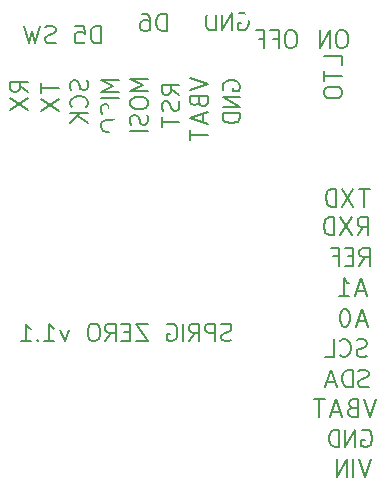
<source format=gbo>
G04 --- HEADER BEGIN --- *
%TF.GenerationSoftware,LibrePCB,LibrePCB,0.1.3*%
%TF.CreationDate,2020-05-24T18:28:55*%
%TF.ProjectId,SprigZero - default,93c98233-4b04-4051-a125-04f829bd9155,v1*%
%TF.Part,Single*%
%FSLAX66Y66*%
%MOMM*%
G01*
G74*
G04 --- HEADER END --- *
G04 --- APERTURE LIST BEGIN --- *
%ADD10C,0.2*%
%ADD11O,2.7X1.5*%
%ADD12O,1.9X1.3*%
%ADD13O,2.39X1.787*%
%ADD14R,2.39X1.787*%
%ADD15R,1.787X2.39*%
%ADD16O,1.787X2.39*%
%ADD17O,1.4X2.7*%
%ADD18O,2.0X3.2*%
G04 --- APERTURE LIST END --- *
G04 --- BOARD BEGIN --- *
D10*
X27893333Y60625000D02*
X28393333Y61340000D01*
X28750000Y60625000D02*
X28750000Y62125000D01*
X28178333Y62125000D01*
X28035000Y62053333D01*
X27965000Y61981667D01*
X27893333Y61840000D01*
X27893333Y61625000D01*
X27965000Y61481667D01*
X28035000Y61410000D01*
X28178333Y61340000D01*
X28750000Y61340000D01*
X27393333Y61410000D02*
X26893333Y61410000D01*
X26678333Y60625000D02*
X27393333Y60625000D01*
X27393333Y62125000D01*
X26678333Y62125000D01*
X25678333Y61410000D02*
X26178333Y61410000D01*
X26178333Y60625000D02*
X26178333Y62125000D01*
X25463333Y62125000D01*
X13578125Y76484375D02*
X15078125Y75984375D01*
X13578125Y75484375D01*
X14293125Y74484375D02*
X14363125Y74269375D01*
X14434792Y74199375D01*
X14578125Y74127708D01*
X14793125Y74127708D01*
X14934792Y74199375D01*
X15006458Y74269375D01*
X15078125Y74412708D01*
X15078125Y74984375D01*
X13578125Y74984375D01*
X13578125Y74484375D01*
X13649792Y74341042D01*
X13721458Y74269375D01*
X13863125Y74199375D01*
X14006458Y74199375D01*
X14149792Y74269375D01*
X14221458Y74341042D01*
X14293125Y74484375D01*
X14293125Y74984375D01*
X14649792Y73484375D02*
X14649792Y72771041D01*
X15078125Y73627708D02*
X13578125Y73127708D01*
X15078125Y72627708D01*
X13578125Y72127708D02*
X13578125Y71271041D01*
X15078125Y71699375D02*
X13578125Y71699375D01*
X28127708Y46678333D02*
X28269375Y46750000D01*
X28484375Y46750000D01*
X28699375Y46678333D01*
X28841042Y46535000D01*
X28912708Y46393333D01*
X28984375Y46106667D01*
X28984375Y45893333D01*
X28912708Y45606667D01*
X28841042Y45465000D01*
X28699375Y45321667D01*
X28484375Y45250000D01*
X28341042Y45250000D01*
X28127708Y45321667D01*
X28056042Y45393333D01*
X28056042Y45893333D01*
X28341042Y45893333D01*
X27556042Y45250000D02*
X27556042Y46750000D01*
X26699375Y45250000D01*
X26699375Y46750000D01*
X26199375Y45250000D02*
X26199375Y46750000D01*
X25842708Y46750000D01*
X25627708Y46678333D01*
X25484375Y46535000D01*
X25414375Y46393333D01*
X25342708Y46106667D01*
X25342708Y45893333D01*
X25414375Y45606667D01*
X25484375Y45465000D01*
X25627708Y45321667D01*
X25842708Y45250000D01*
X26199375Y45250000D01*
X28875000Y44218750D02*
X28375000Y42718750D01*
X27875000Y44218750D01*
X27375000Y42718750D02*
X27375000Y44218750D01*
X26875000Y42718750D02*
X26875000Y44218750D01*
X26018333Y42718750D01*
X26018333Y44218750D01*
X12656250Y75080833D02*
X11941250Y75580833D01*
X12656250Y75937500D02*
X11156250Y75937500D01*
X11156250Y75365833D01*
X11227917Y75222500D01*
X11299583Y75152500D01*
X11441250Y75080833D01*
X11656250Y75080833D01*
X11799583Y75152500D01*
X11871250Y75222500D01*
X11941250Y75365833D01*
X11941250Y75937500D01*
X12584583Y74580833D02*
X12656250Y74365833D01*
X12656250Y74009166D01*
X12584583Y73865833D01*
X12512917Y73795833D01*
X12371250Y73724166D01*
X12227917Y73724166D01*
X12084583Y73795833D01*
X12012917Y73865833D01*
X11941250Y74009166D01*
X11871250Y74295833D01*
X11799583Y74437500D01*
X11727917Y74509166D01*
X11584583Y74580833D01*
X11441250Y74580833D01*
X11299583Y74509166D01*
X11227917Y74437500D01*
X11156250Y74295833D01*
X11156250Y73937500D01*
X11227917Y73724166D01*
X11156250Y73224166D02*
X11156250Y72367499D01*
X12656250Y72795833D02*
X11156250Y72795833D01*
X17658958Y81975208D02*
X17800625Y82046875D01*
X18015625Y82046875D01*
X18230625Y81975208D01*
X18372292Y81831875D01*
X18443958Y81690208D01*
X18515625Y81403542D01*
X18515625Y81190208D01*
X18443958Y80903542D01*
X18372292Y80761875D01*
X18230625Y80618542D01*
X18015625Y80546875D01*
X17872292Y80546875D01*
X17658958Y80618542D01*
X17587292Y80690208D01*
X17587292Y81190208D01*
X17872292Y81190208D01*
X17087292Y80546875D02*
X17087292Y82046875D01*
X16230625Y80546875D01*
X16230625Y82046875D01*
X15730625Y80546875D02*
X15730625Y82046875D01*
X15373958Y82046875D01*
X15158958Y81975208D01*
X15015625Y81831875D01*
X14945625Y81690208D01*
X14873958Y81403542D01*
X14873958Y81190208D01*
X14945625Y80903542D01*
X15015625Y80761875D01*
X15158958Y80618542D01*
X15373958Y80546875D01*
X15730625Y80546875D01*
X27737083Y63203125D02*
X28237083Y63918125D01*
X28593750Y63203125D02*
X28593750Y64703125D01*
X28022083Y64703125D01*
X27878750Y64631458D01*
X27808750Y64559792D01*
X27737083Y64418125D01*
X27737083Y64203125D01*
X27808750Y64059792D01*
X27878750Y63988125D01*
X28022083Y63918125D01*
X28593750Y63918125D01*
X27237083Y64703125D02*
X26237083Y63203125D01*
X26237083Y64703125D02*
X27237083Y63203125D01*
X25737083Y63203125D02*
X25737083Y64703125D01*
X25380416Y64703125D01*
X25165416Y64631458D01*
X25022083Y64488125D01*
X24952083Y64346458D01*
X24880416Y64059792D01*
X24880416Y63846458D01*
X24952083Y63559792D01*
X25022083Y63418125D01*
X25165416Y63274792D01*
X25380416Y63203125D01*
X25737083Y63203125D01*
X26531249Y80546875D02*
X26244583Y80546875D01*
X26102916Y80475208D01*
X25959583Y80331875D01*
X25887916Y80046875D01*
X25887916Y79546875D01*
X25959583Y79261875D01*
X26102916Y79118542D01*
X26244583Y79046875D01*
X26531249Y79046875D01*
X26672916Y79118542D01*
X26816249Y79261875D01*
X26887916Y79546875D01*
X26887916Y80046875D01*
X26816249Y80331875D01*
X26672916Y80475208D01*
X26531249Y80546875D01*
X25387916Y79046875D02*
X25387916Y80546875D01*
X24531249Y79046875D01*
X24531249Y80546875D01*
X28750000Y67125000D02*
X27893333Y67125000D01*
X28321667Y65625000D02*
X28321667Y67125000D01*
X27393333Y67125000D02*
X26393333Y65625000D01*
X26393333Y67125000D02*
X27393333Y65625000D01*
X25893333Y65625000D02*
X25893333Y67125000D01*
X25536666Y67125000D01*
X25321666Y67053333D01*
X25178333Y66910000D01*
X25108333Y66768333D01*
X25036666Y66481667D01*
X25036666Y66268333D01*
X25108333Y65981667D01*
X25178333Y65840000D01*
X25321666Y65696667D01*
X25536666Y65625000D01*
X25893333Y65625000D01*
X11562500Y80468750D02*
X11562500Y81968750D01*
X11205833Y81968750D01*
X10990833Y81897083D01*
X10847500Y81753750D01*
X10777500Y81612083D01*
X10705833Y81325417D01*
X10705833Y81112083D01*
X10777500Y80825417D01*
X10847500Y80683750D01*
X10990833Y80540417D01*
X11205833Y80468750D01*
X11562500Y80468750D01*
X9490833Y81968750D02*
X9777500Y81968750D01*
X9920833Y81897083D01*
X9990833Y81825417D01*
X10134166Y81612083D01*
X10205833Y81325417D01*
X10205833Y80753750D01*
X10134166Y80612083D01*
X10062500Y80540417D01*
X9920833Y80468750D01*
X9634166Y80468750D01*
X9490833Y80540417D01*
X9420833Y80612083D01*
X9349166Y80753750D01*
X9349166Y81112083D01*
X9420833Y81253750D01*
X9490833Y81325417D01*
X9634166Y81397083D01*
X9920833Y81397083D01*
X10062500Y81325417D01*
X10134166Y81253750D01*
X10205833Y81112083D01*
X921875Y76093750D02*
X921875Y75237083D01*
X2421875Y75665417D02*
X921875Y75665417D01*
X921875Y74737083D02*
X2421875Y73737083D01*
X921875Y73737083D02*
X2421875Y74737083D01*
X4850208Y76328125D02*
X4921875Y76113125D01*
X4921875Y75756458D01*
X4850208Y75613125D01*
X4778542Y75543125D01*
X4636875Y75471458D01*
X4493542Y75471458D01*
X4350208Y75543125D01*
X4278542Y75613125D01*
X4206875Y75756458D01*
X4136875Y76043125D01*
X4065208Y76184792D01*
X3993542Y76256458D01*
X3850208Y76328125D01*
X3706875Y76328125D01*
X3565208Y76256458D01*
X3493542Y76184792D01*
X3421875Y76043125D01*
X3421875Y75684792D01*
X3493542Y75471458D01*
X4778542Y74043125D02*
X4850208Y74114791D01*
X4921875Y74328125D01*
X4921875Y74471458D01*
X4850208Y74686458D01*
X4706875Y74828125D01*
X4565208Y74899791D01*
X4278542Y74971458D01*
X4065208Y74971458D01*
X3778542Y74899791D01*
X3636875Y74828125D01*
X3493542Y74686458D01*
X3421875Y74471458D01*
X3421875Y74328125D01*
X3493542Y74114791D01*
X3565208Y74043125D01*
X4921875Y73543125D02*
X3421875Y73543125D01*
X4921875Y72686458D02*
X4065208Y73328125D01*
X3421875Y72686458D02*
X4278542Y73543125D01*
X29296875Y49312500D02*
X28796875Y47812500D01*
X28296875Y49312500D01*
X27296875Y48597500D02*
X27081875Y48527500D01*
X27011875Y48455833D01*
X26940208Y48312500D01*
X26940208Y48097500D01*
X27011875Y47955833D01*
X27081875Y47884167D01*
X27225208Y47812500D01*
X27796875Y47812500D01*
X27796875Y49312500D01*
X27296875Y49312500D01*
X27153542Y49240833D01*
X27081875Y49169167D01*
X27011875Y49027500D01*
X27011875Y48884167D01*
X27081875Y48740833D01*
X27153542Y48669167D01*
X27296875Y48597500D01*
X27796875Y48597500D01*
X26296875Y48240833D02*
X25583541Y48240833D01*
X26440208Y47812500D02*
X25940208Y49312500D01*
X25440208Y47812500D01*
X24940208Y49312500D02*
X24083541Y49312500D01*
X24511875Y47812500D02*
X24511875Y49312500D01*
X28372292Y58475208D02*
X27658958Y58475208D01*
X28515625Y58046875D02*
X28015625Y59546875D01*
X27515625Y58046875D01*
X26158958Y58046875D02*
X27015625Y58046875D01*
X26587292Y58046875D02*
X26587292Y59546875D01*
X26730625Y59331875D01*
X26872292Y59190208D01*
X27015625Y59118542D01*
X28515625Y52962292D02*
X28300625Y52890625D01*
X27943958Y52890625D01*
X27800625Y52962292D01*
X27730625Y53033958D01*
X27658958Y53175625D01*
X27658958Y53318958D01*
X27730625Y53462292D01*
X27800625Y53533958D01*
X27943958Y53605625D01*
X28230625Y53675625D01*
X28372292Y53747292D01*
X28443958Y53818958D01*
X28515625Y53962292D01*
X28515625Y54105625D01*
X28443958Y54247292D01*
X28372292Y54318958D01*
X28230625Y54390625D01*
X27872292Y54390625D01*
X27658958Y54318958D01*
X26230625Y53033958D02*
X26302291Y52962292D01*
X26515625Y52890625D01*
X26658958Y52890625D01*
X26873958Y52962292D01*
X27015625Y53105625D01*
X27087291Y53247292D01*
X27158958Y53533958D01*
X27158958Y53747292D01*
X27087291Y54033958D01*
X27015625Y54175625D01*
X26873958Y54318958D01*
X26658958Y54390625D01*
X26515625Y54390625D01*
X26302291Y54318958D01*
X26230625Y54247292D01*
X25015625Y52890625D02*
X25730625Y52890625D01*
X25730625Y54390625D01*
X26531249Y80546875D02*
X26244583Y80546875D01*
X26102916Y80475208D01*
X25959583Y80331875D01*
X25887916Y80046875D01*
X25887916Y79546875D01*
X25959583Y79261875D01*
X26102916Y79118542D01*
X26244583Y79046875D01*
X26531249Y79046875D01*
X26672916Y79118542D01*
X26816249Y79261875D01*
X26887916Y79546875D01*
X26887916Y80046875D01*
X26816249Y80331875D01*
X26672916Y80475208D01*
X26531249Y80546875D01*
X25387916Y79046875D02*
X25387916Y80546875D01*
X24531249Y79046875D01*
X24531249Y80546875D01*
X26406250Y77644375D02*
X26406250Y78359375D01*
X24906250Y78359375D01*
X24906250Y77144375D02*
X24906250Y76287708D01*
X26406250Y76716042D02*
X24906250Y76716042D01*
X24906250Y75431041D02*
X24906250Y75144375D01*
X24977917Y75002708D01*
X25121250Y74859375D01*
X25406250Y74787708D01*
X25906250Y74787708D01*
X26191250Y74859375D01*
X26334583Y75002708D01*
X26406250Y75144375D01*
X26406250Y75431041D01*
X26334583Y75572708D01*
X26191250Y75716041D01*
X25906250Y75787708D01*
X25406250Y75787708D01*
X25121250Y75716041D01*
X24977917Y75572708D01*
X24906250Y75431041D01*
X17062500Y54290417D02*
X16847500Y54218750D01*
X16490833Y54218750D01*
X16347500Y54290417D01*
X16277500Y54362083D01*
X16205833Y54503750D01*
X16205833Y54647083D01*
X16277500Y54790417D01*
X16347500Y54862083D01*
X16490833Y54933750D01*
X16777500Y55003750D01*
X16919167Y55075417D01*
X16990833Y55147083D01*
X17062500Y55290417D01*
X17062500Y55433750D01*
X16990833Y55575417D01*
X16919167Y55647083D01*
X16777500Y55718750D01*
X16419167Y55718750D01*
X16205833Y55647083D01*
X15705833Y54218750D02*
X15705833Y55718750D01*
X15134166Y55718750D01*
X14990833Y55647083D01*
X14920833Y55575417D01*
X14849166Y55433750D01*
X14849166Y55218750D01*
X14920833Y55075417D01*
X14990833Y55003750D01*
X15134166Y54933750D01*
X15705833Y54933750D01*
X13492499Y54218750D02*
X13992499Y54933750D01*
X14349166Y54218750D02*
X14349166Y55718750D01*
X13777499Y55718750D01*
X13634166Y55647083D01*
X13564166Y55575417D01*
X13492499Y55433750D01*
X13492499Y55218750D01*
X13564166Y55075417D01*
X13634166Y55003750D01*
X13777499Y54933750D01*
X14349166Y54933750D01*
X12992499Y54218750D02*
X12992499Y55718750D01*
X11635832Y55647083D02*
X11777499Y55718750D01*
X11992499Y55718750D01*
X12207499Y55647083D01*
X12349166Y55503750D01*
X12420832Y55362083D01*
X12492499Y55075417D01*
X12492499Y54862083D01*
X12420832Y54575417D01*
X12349166Y54433750D01*
X12207499Y54290417D01*
X11992499Y54218750D01*
X11849166Y54218750D01*
X11635832Y54290417D01*
X11564166Y54362083D01*
X11564166Y54862083D01*
X11849166Y54862083D01*
X9964167Y55718750D02*
X8964167Y55718750D01*
X9964167Y54218750D01*
X8964167Y54218750D01*
X8464167Y55003750D02*
X7964167Y55003750D01*
X7749167Y54218750D02*
X8464167Y54218750D01*
X8464167Y55718750D01*
X7749167Y55718750D01*
X6392500Y54218750D02*
X6892500Y54933750D01*
X7249167Y54218750D02*
X7249167Y55718750D01*
X6677500Y55718750D01*
X6534167Y55647083D01*
X6464167Y55575417D01*
X6392500Y55433750D01*
X6392500Y55218750D01*
X6464167Y55075417D01*
X6534167Y55003750D01*
X6677500Y54933750D01*
X7249167Y54933750D01*
X5535833Y55718750D02*
X5249167Y55718750D01*
X5107500Y55647083D01*
X4964167Y55503750D01*
X4892500Y55218750D01*
X4892500Y54718750D01*
X4964167Y54433750D01*
X5107500Y54290417D01*
X5249167Y54218750D01*
X5535833Y54218750D01*
X5677500Y54290417D01*
X5820833Y54433750D01*
X5892500Y54718750D01*
X5892500Y55218750D01*
X5820833Y55503750D01*
X5677500Y55647083D01*
X5535833Y55718750D01*
X3292501Y55218750D02*
X2935834Y54218750D01*
X2577501Y55218750D01*
X1220834Y54218750D02*
X2077501Y54218750D01*
X1649168Y54218750D02*
X1649168Y55718750D01*
X1792501Y55503750D01*
X1934168Y55362083D01*
X2077501Y55290417D01*
X649167Y54362083D02*
X577501Y54290417D01*
X649167Y54218750D01*
X720834Y54290417D01*
X649167Y54362083D01*
X649167Y54218750D01*
X-779166Y54218750D02*
X77501Y54218750D01*
X-350832Y54218750D02*
X-350832Y55718750D01*
X-207499Y55503750D01*
X-65832Y55362083D01*
X77501Y55290417D01*
X-156250Y75315208D02*
X-871250Y75815208D01*
X-156250Y76171875D02*
X-1656250Y76171875D01*
X-1656250Y75600208D01*
X-1584583Y75456875D01*
X-1512917Y75386875D01*
X-1371250Y75315208D01*
X-1156250Y75315208D01*
X-1012917Y75386875D01*
X-941250Y75456875D01*
X-871250Y75600208D01*
X-871250Y76171875D01*
X-1656250Y74815208D02*
X-156250Y73815208D01*
X-1656250Y73815208D02*
X-156250Y74815208D01*
X28450417Y55897083D02*
X27737083Y55897083D01*
X28593750Y55468750D02*
X28093750Y56968750D01*
X27593750Y55468750D01*
X26737083Y56968750D02*
X26593750Y56968750D01*
X26450417Y56897083D01*
X26378750Y56825417D01*
X26308750Y56683750D01*
X26237083Y56397083D01*
X26237083Y56040417D01*
X26308750Y55753750D01*
X26378750Y55612083D01*
X26450417Y55540417D01*
X26593750Y55468750D01*
X26737083Y55468750D01*
X26878750Y55540417D01*
X26950417Y55612083D01*
X27022083Y55753750D01*
X27093750Y56040417D01*
X27093750Y56397083D01*
X27022083Y56683750D01*
X26950417Y56825417D01*
X26878750Y56897083D01*
X26737083Y56968750D01*
X28671875Y50384167D02*
X28456875Y50312500D01*
X28100208Y50312500D01*
X27956875Y50384167D01*
X27886875Y50455833D01*
X27815208Y50597500D01*
X27815208Y50740833D01*
X27886875Y50884167D01*
X27956875Y50955833D01*
X28100208Y51027500D01*
X28386875Y51097500D01*
X28528542Y51169167D01*
X28600208Y51240833D01*
X28671875Y51384167D01*
X28671875Y51527500D01*
X28600208Y51669167D01*
X28528542Y51740833D01*
X28386875Y51812500D01*
X28028542Y51812500D01*
X27815208Y51740833D01*
X27315208Y50312500D02*
X27315208Y51812500D01*
X26958541Y51812500D01*
X26743541Y51740833D01*
X26600208Y51597500D01*
X26530208Y51455833D01*
X26458541Y51169167D01*
X26458541Y50955833D01*
X26530208Y50669167D01*
X26600208Y50527500D01*
X26743541Y50384167D01*
X26958541Y50312500D01*
X27315208Y50312500D01*
X25815208Y50740833D02*
X25101874Y50740833D01*
X25958541Y50312500D02*
X25458541Y51812500D01*
X24958541Y50312500D01*
X5986250Y79437500D02*
X5986250Y80937500D01*
X5629583Y80937500D01*
X5414583Y80865833D01*
X5271250Y80722500D01*
X5201250Y80580833D01*
X5129583Y80294167D01*
X5129583Y80080833D01*
X5201250Y79794167D01*
X5271250Y79652500D01*
X5414583Y79509167D01*
X5629583Y79437500D01*
X5986250Y79437500D01*
X3844583Y80937500D02*
X4557916Y80937500D01*
X4629583Y80222500D01*
X4557916Y80294167D01*
X4414583Y80365833D01*
X4057916Y80365833D01*
X3914583Y80294167D01*
X3844583Y80222500D01*
X3772916Y80080833D01*
X3772916Y79722500D01*
X3844583Y79580833D01*
X3914583Y79509167D01*
X4057916Y79437500D01*
X4414583Y79437500D01*
X4557916Y79509167D01*
X4629583Y79580833D01*
X2172917Y79509167D02*
X1957917Y79437500D01*
X1601250Y79437500D01*
X1457917Y79509167D01*
X1387917Y79580833D01*
X1316250Y79722500D01*
X1316250Y79865833D01*
X1387917Y80009167D01*
X1457917Y80080833D01*
X1601250Y80152500D01*
X1887917Y80222500D01*
X2029584Y80294167D01*
X2101250Y80365833D01*
X2172917Y80509167D01*
X2172917Y80652500D01*
X2101250Y80794167D01*
X2029584Y80865833D01*
X1887917Y80937500D01*
X1529584Y80937500D01*
X1316250Y80865833D01*
X816250Y80937500D02*
X459583Y79437500D01*
X172917Y80509167D01*
X-112083Y79437500D01*
X-468750Y80937500D01*
X16384167Y75471458D02*
X16312500Y75613125D01*
X16312500Y75828125D01*
X16384167Y76043125D01*
X16527500Y76184792D01*
X16669167Y76256458D01*
X16955833Y76328125D01*
X17169167Y76328125D01*
X17455833Y76256458D01*
X17597500Y76184792D01*
X17740833Y76043125D01*
X17812500Y75828125D01*
X17812500Y75684792D01*
X17740833Y75471458D01*
X17669167Y75399792D01*
X17169167Y75399792D01*
X17169167Y75684792D01*
X17812500Y74899792D02*
X16312500Y74899792D01*
X17812500Y74043125D01*
X16312500Y74043125D01*
X17812500Y73543125D02*
X16312500Y73543125D01*
X16312500Y73186458D01*
X16384167Y72971458D01*
X16527500Y72828125D01*
X16669167Y72758125D01*
X16955833Y72686458D01*
X17169167Y72686458D01*
X17455833Y72758125D01*
X17597500Y72828125D01*
X17740833Y72971458D01*
X17812500Y73186458D01*
X17812500Y73543125D01*
X7500000Y76328125D02*
X6000000Y76328125D01*
X7071667Y75828125D01*
X6000000Y75328125D01*
X7500000Y75328125D01*
X7500000Y74828125D02*
X6000000Y74828125D01*
X7428333Y74328125D02*
X7500000Y74113125D01*
X7500000Y73756458D01*
X7428333Y73613125D01*
X7356667Y73543125D01*
X7215000Y73471458D01*
X7071667Y73471458D01*
X6928333Y73543125D01*
X6856667Y73613125D01*
X6785000Y73756458D01*
X6715000Y74043125D01*
X6643333Y74184792D01*
X6571667Y74256458D01*
X6428333Y74328125D01*
X6285000Y74328125D01*
X6143333Y74256458D01*
X6071667Y74184792D01*
X6000000Y74043125D01*
X6000000Y73684792D01*
X6071667Y73471458D01*
X6000000Y72614791D02*
X6000000Y72328125D01*
X6071667Y72186458D01*
X6215000Y72043125D01*
X6500000Y71971458D01*
X7000000Y71971458D01*
X7285000Y72043125D01*
X7428333Y72186458D01*
X7500000Y72328125D01*
X7500000Y72614791D01*
X7428333Y72756458D01*
X7285000Y72899791D01*
X7000000Y72971458D01*
X6500000Y72971458D01*
X6215000Y72899791D01*
X6071667Y72756458D01*
X6000000Y72614791D01*
X22213958Y80546875D02*
X21927292Y80546875D01*
X21785625Y80475208D01*
X21642292Y80331875D01*
X21570625Y80046875D01*
X21570625Y79546875D01*
X21642292Y79261875D01*
X21785625Y79118542D01*
X21927292Y79046875D01*
X22213958Y79046875D01*
X22355625Y79118542D01*
X22498958Y79261875D01*
X22570625Y79546875D01*
X22570625Y80046875D01*
X22498958Y80331875D01*
X22355625Y80475208D01*
X22213958Y80546875D01*
X20570625Y79831875D02*
X21070625Y79831875D01*
X21070625Y79046875D02*
X21070625Y80546875D01*
X20355625Y80546875D01*
X19355625Y79831875D02*
X19855625Y79831875D01*
X19855625Y79046875D02*
X19855625Y80546875D01*
X19140625Y80546875D01*
X10000000Y76406250D02*
X8500000Y76406250D01*
X9571667Y75906250D01*
X8500000Y75406250D01*
X10000000Y75406250D01*
X8500000Y74549583D02*
X8500000Y74262917D01*
X8571667Y74121250D01*
X8715000Y73977917D01*
X9000000Y73906250D01*
X9500000Y73906250D01*
X9785000Y73977917D01*
X9928333Y74121250D01*
X10000000Y74262917D01*
X10000000Y74549583D01*
X9928333Y74691250D01*
X9785000Y74834583D01*
X9500000Y74906250D01*
X9000000Y74906250D01*
X8715000Y74834583D01*
X8571667Y74691250D01*
X8500000Y74549583D01*
X9928333Y73406250D02*
X10000000Y73191250D01*
X10000000Y72834583D01*
X9928333Y72691250D01*
X9856667Y72621250D01*
X9715000Y72549583D01*
X9571667Y72549583D01*
X9428333Y72621250D01*
X9356667Y72691250D01*
X9285000Y72834583D01*
X9215000Y73121250D01*
X9143333Y73262917D01*
X9071667Y73334583D01*
X8928333Y73406250D01*
X8785000Y73406250D01*
X8643333Y73334583D01*
X8571667Y73262917D01*
X8500000Y73121250D01*
X8500000Y72762917D01*
X8571667Y72549583D01*
X10000000Y72049583D02*
X8500000Y72049583D01*
%LPC*%
D11*
X27937500Y77796875D03*
X27937500Y75796875D03*
D12*
X7506250Y73746875D03*
X7506250Y72346875D03*
D13*
X27968750Y69511250D03*
D14*
X27968750Y72051250D03*
D15*
X15508750Y83046875D03*
D16*
X10428750Y83046875D03*
X12968750Y83046875D03*
X11948750Y78105000D03*
X9408750Y78105000D03*
X4328750Y78105000D03*
X14488750Y78105000D03*
X1788750Y78105000D03*
D15*
X17028750Y78105000D03*
D16*
X6868750Y78105000D03*
X-751250Y78105000D03*
D15*
X-1231250Y41575000D03*
D17*
X4975350Y82656250D03*
D18*
X7070850Y82656250D03*
X-1133350Y82656250D03*
D17*
X2968750Y82656250D03*
X962150Y82656250D03*
D11*
X23423750Y76949375D03*
X23423750Y72949375D03*
X23423750Y70949375D03*
X23423750Y74949375D03*
D17*
X21352775Y82734375D03*
D18*
X19257275Y82734375D03*
X27461475Y82734375D03*
D17*
X23359375Y82734375D03*
X25365975Y82734375D03*
D13*
X22500000Y53730000D03*
X22500000Y63890000D03*
X22500000Y61350000D03*
X22500000Y56270000D03*
X22500000Y58810000D03*
X22500000Y51190000D03*
X22500000Y66430000D03*
X22500000Y46110000D03*
D14*
X22500000Y43570000D03*
D13*
X22500000Y48650000D03*
G04 --- BOARD END --- *
%TF.MD5,e76b496819c4f5e20c7ce4b5ec41eac9*%
M02*

</source>
